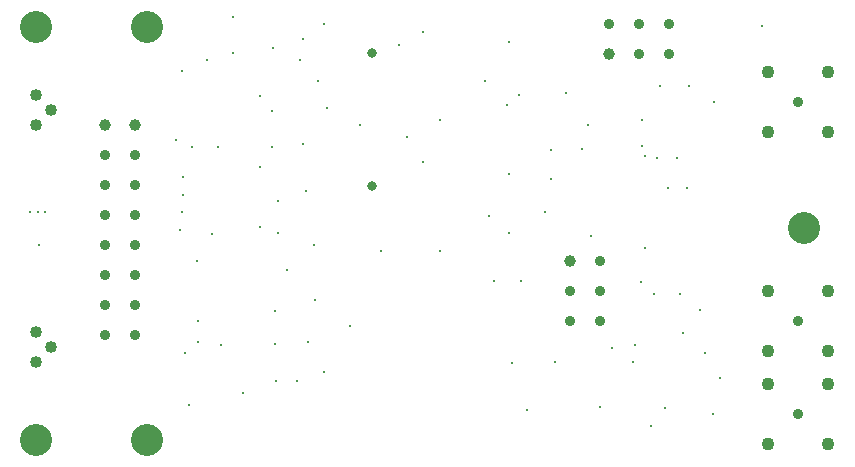
<source format=gbr>
G04 Generated by Ultiboard *
%FSLAX25Y25*%
%MOMM*%

%ADD10C,0.25000*%
%ADD11C,2.70942*%
%ADD12C,0.80000*%
%ADD13C,1.01600*%
%ADD14C,0.88900*%
%ADD15C,0.99492*%
%ADD16C,1.10058*%


%LNDrill-Copper Top-Copper Bottom*%
%LPD*%
%FSLAX25Y25*%
%MOMM*%
G54D10*
X3225800Y2933700D03*
X2374900Y3175000D03*
X431800Y2197100D03*
X508000Y1917700D03*
X495300Y2197100D03*
X558800Y2197100D03*
X1778000Y558800D03*
X2235200Y660400D03*
X2044700Y1066800D03*
X1739900Y1003300D03*
X1854200Y1092200D03*
X1854200Y1270000D03*
X2514600Y762000D03*
X2692400Y762000D03*
X2921000Y838200D03*
X2781300Y1092200D03*
X2844800Y1447800D03*
X2501900Y1079500D03*
X2501900Y1358900D03*
X3136900Y1231900D03*
X2374900Y2070100D03*
X2374900Y2578100D03*
X1968500Y2006600D03*
X1701800Y2044700D03*
X1841500Y1778000D03*
X1714500Y2197100D03*
X1727200Y2336800D03*
X2019300Y2743200D03*
X1663700Y2806700D03*
X1803400Y2743200D03*
X1727200Y2489200D03*
X2768600Y2374900D03*
X2832100Y1917700D03*
X2527300Y2019300D03*
X2603500Y1701800D03*
X2527300Y2286000D03*
X2743200Y2768600D03*
X2476500Y2743200D03*
X2476500Y3048000D03*
X2946400Y3073400D03*
X1714500Y3390900D03*
X1930400Y3479800D03*
X2146300Y3543300D03*
X2146300Y3848100D03*
X2489200Y3581400D03*
X2717800Y3479800D03*
X2743200Y3657600D03*
X2870200Y3302000D03*
X2921000Y3784600D03*
X4965700Y3200400D03*
X4572000Y3187700D03*
X4838700Y2476500D03*
X4787900Y2197100D03*
X4838700Y2717800D03*
X4356100Y1612900D03*
X4584700Y1612900D03*
X4635500Y520700D03*
X4508500Y914400D03*
X3403600Y1866900D03*
X3898900Y1866900D03*
X3619500Y2832100D03*
X3759200Y2616200D03*
X3898900Y2971800D03*
X4318000Y2159000D03*
X4483100Y2019300D03*
X4483100Y2514600D03*
X4470400Y3098800D03*
X5600700Y1600200D03*
X5257800Y546100D03*
X4876800Y927100D03*
X5359400Y1041400D03*
X5549900Y1066800D03*
X5537200Y927100D03*
X6273800Y787400D03*
X5689600Y381000D03*
X5803900Y533400D03*
X6210300Y482600D03*
X5956300Y1168400D03*
X5930900Y1498600D03*
X5715000Y1498600D03*
X6146800Y1003300D03*
X6102350Y1365250D03*
X5638800Y1892300D03*
X5613400Y2755900D03*
X5613400Y2971800D03*
X5638800Y2667000D03*
X5181600Y1993900D03*
X5156200Y2933700D03*
X5105400Y2730500D03*
X5829300Y2400300D03*
X5994400Y2400300D03*
X5740400Y2654300D03*
X5905500Y2654300D03*
X6223000Y3124200D03*
X3556000Y3606800D03*
X3759200Y3721100D03*
X4279900Y3302000D03*
X4483100Y3632200D03*
X6007100Y3263900D03*
X5765800Y3263900D03*
X6629400Y3771900D03*
G54D11*
X482600Y266700D03*
X1422400Y266700D03*
X1422400Y3759200D03*
X482600Y3759200D03*
X6985000Y2057400D03*
G54D12*
X3327400Y3543300D03*
X3327400Y2413000D03*
G54D13*
X482600Y3187700D03*
X482600Y2933700D03*
X609600Y3060700D03*
X482600Y1181100D03*
X609600Y1054100D03*
X482600Y927100D03*
G54D14*
X1320800Y1663700D03*
X1320800Y1155700D03*
X1320800Y1409700D03*
X1320800Y2425700D03*
X1320800Y1917700D03*
X1320800Y2171700D03*
X1320800Y2679700D03*
X1066800Y1663700D03*
X1066800Y1155700D03*
X1066800Y1409700D03*
X1066800Y2425700D03*
X1066800Y1917700D03*
X1066800Y2171700D03*
X1066800Y2679700D03*
X5257800Y1524000D03*
X5003800Y1524000D03*
X5257800Y1270000D03*
X5003800Y1270000D03*
X5257800Y1778000D03*
X5588000Y3784600D03*
X5588000Y3530600D03*
X5334000Y3784600D03*
X5842000Y3530600D03*
X5842000Y3784600D03*
X6934200Y3124200D03*
X6934200Y1270000D03*
X6934200Y482600D03*
G54D15*
X1320800Y2933700D03*
X1066800Y2933700D03*
X5003800Y1778000D03*
X5334000Y3530600D03*
G54D16*
X7188200Y2870200D03*
X6680200Y2870200D03*
X7188200Y3378200D03*
X6680200Y3378200D03*
X6680200Y1524000D03*
X7188200Y1524000D03*
X7188200Y1016000D03*
X6680200Y1016000D03*
X7188200Y736600D03*
X7188200Y228600D03*
X6680200Y736600D03*
X6680200Y228600D03*

M00*

</source>
